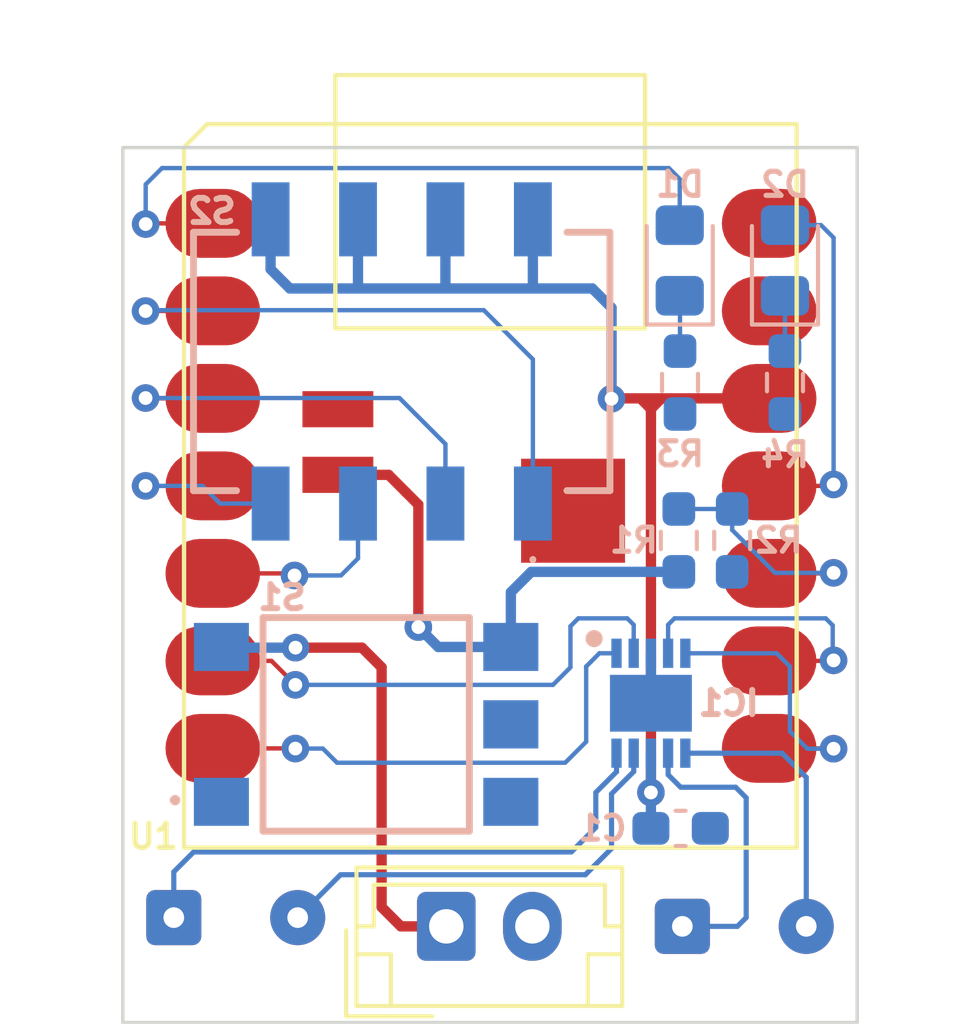
<source format=kicad_pcb>
(kicad_pcb (version 20221018) (generator pcbnew)
  (layers (0 "F.Cu" signal) (31 "B.Cu" signal) (34 "B.Paste" user) (35 "F.Paste" user) (36 "B.SilkS" user "B.Silkscreen") (37 "F.SilkS" user "F.Silkscreen") (38 "B.Mask" user) (39 "F.Mask" user) (44 "Edge.Cuts" user))
  (net 0 "")
  (net 1 "+3.3V")
  (net 2 "GND")
  (net 3 "/MOT1_IN1")
  (net 4 "/MOT1_IN2")
  (net 5 "/MOT2_IN1")
  (net 6 "/MOT2_IN2")
  (net 7 "/MOT2_OUT2")
  (net 8 "/MOT2_OUT1")
  (net 9 "/MOT1_OUT2")
  (net 10 "/MOT1_OUT1")
  (net 12 "+BATT")
  (net 13 "VCC")
  (net 16 "/BTN_1")
  (net 17 "/BTN_2")
  (net 18 "/BTN_3")
  (net 19 "/BTN_4")
  (net 20 "/BATT_MEAS")
  (net 21 "/LED_R")
  (net 22 "/LED_L")
  (net 23 "Net-(D1-K)")
  (net 24 "Net-(D2-K)")
  (footprint "xiao ESP32C3_PCB:MOUDLE14P-SMD-2.54-21X17.8MM" (layer "F.Cu") (at 421.64 88.9)
    (fp_text reference "U1" (at -0.89 -0.325) (layer "F.SilkS") (effects (font (size 0.7 0.7))))
    (fp_text value "MOUDLE-SEEEDUINO-XIAO-ESP32C3")
    (fp_line (start 0 -20.3285) (end 0 0) (stroke (width 0.127)) (layer "F.SilkS"))
    (fp_line (start 0 0) (end 17.8 0) (stroke (width 0.127)) (layer "F.SilkS"))
    (fp_line (start 0.671541 -21) (end 0 -20.3285) (stroke (width 0.127)) (layer "F.SilkS"))
    (fp_line (start 4.396 -15.072) (end 4.396 -22.425) (stroke (width 0.127)) (layer "F.SilkS"))
    (fp_line (start 4.4 -22.424) (end 13.395 -22.424) (stroke (width 0.127)) (layer "F.SilkS"))
    (fp_line (start 13.395 -22.424) (end 13.395 -15.072) (stroke (width 0.127)) (layer "F.SilkS"))
    (fp_line (start 13.395 -15.072) (end 4.396 -15.072) (stroke (width 0.127)) (layer "F.SilkS"))
    (fp_line (start 17.8 -21) (end 0.671541 -21) (stroke (width 0.127)) (layer "F.SilkS"))
    (fp_line (start 17.8 0) (end 17.8 -21) (stroke (width 0.127)) (layer "F.SilkS"))
    (pad "1" smd roundrect (at 0.835 -18.12) (size 2.75 2) (layers "F.Cu" "F.Paste" "F.Mask") (roundrect_rratio 0.5) (net 21 "/LED_R"))
    (pad "2" smd roundrect (at 0.835 -15.58) (size 2.75 2) (layers "F.Cu" "F.Paste" "F.Mask") (roundrect_rratio 0.5) (net 16 "/BTN_1"))
    (pad "3" smd roundrect (at 0.835 -13.04) (size 2.75 2) (layers "F.Cu" "F.Paste" "F.Mask") (roundrect_rratio 0.5) (net 17 "/BTN_2"))
    (pad "4" smd roundrect (at 0.835 -10.5) (size 2.75 2) (layers "F.Cu" "F.Paste" "F.Mask") (roundrect_rratio 0.5) (net 19 "/BTN_4"))
    (pad "5" smd roundrect (at 0.835 -7.96) (size 2.75 2) (layers "F.Cu" "F.Paste" "F.Mask") (roundrect_rratio 0.5) (net 18 "/BTN_3"))
    (pad "6" smd roundrect (at 0.835 -5.42) (size 2.75 2) (layers "F.Cu" "F.Paste" "F.Mask") (roundrect_rratio 0.5) (net 4 "/MOT1_IN2"))
    (pad "7" smd roundrect (at 0.835 -2.88) (size 2.75 2) (layers "F.Cu" "F.Paste" "F.Mask") (roundrect_rratio 0.5) (net 3 "/MOT1_IN1"))
    (pad "8" smd roundrect (at 17 -2.88) (size 2.75 2) (layers "F.Cu" "F.Paste" "F.Mask") (roundrect_rratio 0.5) (net 6 "/MOT2_IN2"))
    (pad "9" smd roundrect (at 17 -5.42) (size 2.75 2) (layers "F.Cu" "F.Paste" "F.Mask") (roundrect_rratio 0.5) (net 5 "/MOT2_IN1"))
    (pad "10" smd roundrect (at 17 -7.96) (size 2.75 2) (layers "F.Cu" "F.Paste" "F.Mask") (roundrect_rratio 0.5) (net 20 "/BATT_MEAS"))
    (pad "11" smd roundrect (at 17 -10.5) (size 2.75 2) (layers "F.Cu" "F.Paste" "F.Mask") (roundrect_rratio 0.5) (net 22 "/LED_L"))
    (pad "12" smd roundrect (at 17 -13.04) (size 2.75 2) (layers "F.Cu" "F.Paste" "F.Mask") (roundrect_rratio 0.5) (net 1 "+3.3V"))
    (pad "13" smd roundrect (at 17 -15.58) (size 2.75 2) (layers "F.Cu" "F.Paste" "F.Mask") (roundrect_rratio 0.5) (net 2 "GND"))
    (pad "14" smd roundrect (at 17 -18.12) (size 2.75 2) (layers "F.Cu" "F.Paste" "F.Mask") (roundrect_rratio 0.5))
    (pad "15" smd rect (at 4.4704 -12.7254) (size 2.06 1.05) (layers "F.Cu" "F.Paste" "F.Mask") (net 2 "GND"))
    (pad "16" smd rect (at 4.4704 -10.8204) (size 2.06 1.05) (layers "F.Cu" "F.Paste" "F.Mask") (net 13 "VCC"))
    (pad "17" smd rect (at 11.303 -9.779) (size 3.02 3.02) (layers "F.Cu" "F.Paste" "F.Mask") (net 2 "GND"))
  )
  (footprint "Connector_Wire:SolderWire-0.1sqmm_1x02_P3.6mm_D0.4mm_OD1mm" (layer "F.Cu") (at 436.118 91.186)
    (fp_text reference "J2" hide)
    (fp_text value "MOT2_OUTPUT")
    (pad "1" thru_hole roundrect (at 0 0) (size 1.6 1.6) (drill 0.6) (layers "*.Cu" "*.Mask") (roundrect_rratio 0.15625) (net 8 "/MOT2_OUT1"))
    (pad "2" thru_hole circle (at 3.6 0) (size 1.6 1.6) (drill 0.6) (layers "*.Cu" "*.Mask") (net 7 "/MOT2_OUT2"))
  )
  (footprint "Connector_Wire:SolderWire-0.1sqmm_1x02_P3.6mm_D0.4mm_OD1mm" (layer "F.Cu") (at 421.342 90.932)
    (fp_text reference "J1" hide)
    (fp_text value "MOT1_OUTPUT")
    (pad "1" thru_hole roundrect (at 0 0) (size 1.6 1.6) (drill 0.6) (layers "*.Cu" "*.Mask") (roundrect_rratio 0.15625) (net 10 "/MOT1_OUT1"))
    (pad "2" thru_hole circle (at 3.6 0) (size 1.6 1.6) (drill 0.6) (layers "*.Cu" "*.Mask") (net 9 "/MOT1_OUT2"))
  )
  (footprint "Connector_JST:JST_EH_B2B-EH-A_1x02_P2.50mm_Vertical" (layer "F.Cu") (at 429.26 91.186)
    (fp_text reference "J3" hide)
    (fp_text value "CONN_BAT")
    (fp_line (start -2.91 0.11) (end -2.91 2.61) (stroke (width 0.12)) (layer "F.SilkS"))
    (fp_line (start -2.91 2.61) (end -0.41 2.61) (stroke (width 0.12)) (layer "F.SilkS"))
    (fp_line (start -2.61 -1.71) (end -2.61 2.31) (stroke (width 0.12)) (layer "F.SilkS"))
    (fp_line (start -2.61 0) (end -2.11 0) (stroke (width 0.12)) (layer "F.SilkS"))
    (fp_line (start -2.61 0.81) (end -1.61 0.81) (stroke (width 0.12)) (layer "F.SilkS"))
    (fp_line (start -2.61 2.31) (end 5.11 2.31) (stroke (width 0.12)) (layer "F.SilkS"))
    (fp_line (start -2.11 -1.21) (end 4.61 -1.21) (stroke (width 0.12)) (layer "F.SilkS"))
    (fp_line (start -2.11 0) (end -2.11 -1.21) (stroke (width 0.12)) (layer "F.SilkS"))
    (fp_line (start -1.61 0.81) (end -1.61 2.31) (stroke (width 0.12)) (layer "F.SilkS"))
    (fp_line (start 4.11 0.81) (end 4.11 2.31) (stroke (width 0.12)) (layer "F.SilkS"))
    (fp_line (start 4.61 -1.21) (end 4.61 0) (stroke (width 0.12)) (layer "F.SilkS"))
    (fp_line (start 4.61 0) (end 5.11 0) (stroke (width 0.12)) (layer "F.SilkS"))
    (fp_line (start 5.11 -1.71) (end -2.61 -1.71) (stroke (width 0.12)) (layer "F.SilkS"))
    (fp_line (start 5.11 0.81) (end 4.11 0.81) (stroke (width 0.12)) (layer "F.SilkS"))
    (fp_line (start 5.11 2.31) (end 5.11 -1.71) (stroke (width 0.12)) (layer "F.SilkS"))
    (pad "1" thru_hole roundrect (at 0 0) (size 1.7 2) (drill 1) (layers "*.Cu" "*.Mask") (roundrect_rratio 0.147059) (net 12 "+BATT"))
    (pad "2" thru_hole oval (at 2.5 0) (size 1.7 2) (drill 1) (layers "*.Cu" "*.Mask") (net 2 "GND"))
  )
  (footprint "FSM1LP:FSM1LP" (layer "B.Cu") (at 426.93 85.323)
    (fp_text reference "S1" (at -2.4452 -3.6874 180) (layer "B.SilkS") (effects (font (size 0.7 0.7) (thickness 0.175)) (justify mirror)))
    (fp_text value "FSM1LP" hide)
    (fp_line (start -5.6 2.2) (end -5.6 2.2) (stroke (width 0.2)) (layer "B.SilkS"))
    (fp_line (start -5.6 2.2) (end -5.6 2.2) (stroke (width 0.2)) (layer "B.SilkS"))
    (fp_line (start -5.5 2.2) (end -5.5 2.2) (stroke (width 0.2)) (layer "B.SilkS"))
    (fp_line (start -2.995 -3.1) (end -2.995 3.1) (stroke (width 0.2)) (layer "B.SilkS"))
    (fp_line (start -2.995 3.1) (end 3 3.1) (stroke (width 0.2)) (layer "B.SilkS"))
    (fp_line (start 3 -3.1) (end -2.995 -3.1) (stroke (width 0.2)) (layer "B.SilkS"))
    (fp_line (start 3 3.1) (end 3 -3.1) (stroke (width 0.2)) (layer "B.SilkS"))
    (fp_arc (start -5.6 2.2) (mid -5.55 2.15) (end -5.5 2.2) (stroke (width 0.2)) (layer "B.SilkS"))
    (fp_arc (start -5.6 2.2) (mid -5.55 2.15) (end -5.5 2.2) (stroke (width 0.2)) (layer "B.SilkS"))
    (fp_arc (start -5.5 2.2) (mid -5.55 2.25) (end -5.6 2.2) (stroke (width 0.2)) (layer "B.SilkS"))
    (pad "1" smd rect (at -4.205 2.248 270) (size 1.395 1.6) (layers "B.Cu" "B.Paste" "B.Mask"))
    (pad "2" smd rect (at 4.205 2.248 270) (size 1.395 1.6) (layers "B.Cu" "B.Paste" "B.Mask"))
    (pad "3" smd rect (at -4.205 -2.248 270) (size 1.395 1.6) (layers "B.Cu" "B.Paste" "B.Mask") (net 12 "+BATT"))
    (pad "4" smd rect (at 4.205 -2.248 270) (size 1.395 1.6) (layers "B.Cu" "B.Paste" "B.Mask") (net 13 "VCC"))
    (pad "5" smd rect (at 4.205 0 270) (size 1.4 1.6) (layers "B.Cu" "B.Paste" "B.Mask") (net 2 "GND"))
  )
  (footprint "Resistor_SMD:R_0603_1608Metric_Pad0.98x0.95mm_HandSolder" (layer "B.Cu") (at 437.5658 79.9827 -90)
    (fp_text reference "R2" (at -0.0027 -1.3442 180) (layer "B.SilkS") (effects (font (size 0.7 0.7)) (justify mirror)))
    (fp_text value "220k")
    (fp_line (start -0.254724 -0.5225) (end 0.254724 -0.5225) (stroke (width 0.12)) (layer "B.SilkS"))
    (fp_line (start -0.254724 0.5225) (end 0.254724 0.5225) (stroke (width 0.12)) (layer "B.SilkS"))
    (pad "1" smd roundrect (at -0.9125 0 270) (size 0.975 0.95) (layers "B.Cu" "B.Paste" "B.Mask") (net 20 "/BATT_MEAS"))
    (pad "2" smd roundrect (at 0.9125 0 270) (size 0.975 0.95) (layers "B.Cu" "B.Paste" "B.Mask") (net 2 "GND"))
  )
  (footprint "A6SN-4101:A6SN4101" (layer "B.Cu") (at 427.9646 74.7878 180)
    (fp_text reference "S2" (at 5.5146 4.3628) (layer "B.SilkS") (effects (font (size 0.7 0.7) (thickness 0.175)) (justify mirror)))
    (fp_text value "A6SN-4101" hide)
    (fp_line (start -6.05 -3.75) (end -4.8 -3.75) (stroke (width 0.2)) (layer "B.SilkS"))
    (fp_line (start -6.05 3.75) (end -6.05 -3.75) (stroke (width 0.2)) (layer "B.SilkS"))
    (fp_line (start -4.8 3.75) (end -6.05 3.75) (stroke (width 0.2)) (layer "B.SilkS"))
    (fp_line (start -3.81 -5.8) (end -3.81 -5.8) (stroke (width 0.1)) (layer "B.SilkS"))
    (fp_line (start -3.81 -5.7) (end -3.81 -5.7) (stroke (width 0.1)) (layer "B.SilkS"))
    (fp_line (start 4.8 -3.75) (end 6.05 -3.75) (stroke (width 0.2)) (layer "B.SilkS"))
    (fp_line (start 6.05 -3.75) (end 6.05 3.75) (stroke (width 0.2)) (layer "B.SilkS"))
    (fp_line (start 6.05 3.75) (end 4.8 3.75) (stroke (width 0.2)) (layer "B.SilkS"))
    (fp_arc (start -3.81 -5.8) (mid -3.76 -5.75) (end -3.81 -5.7) (stroke (width 0.1)) (layer "B.SilkS"))
    (fp_arc (start -3.81 -5.7) (mid -3.86 -5.75) (end -3.81 -5.8) (stroke (width 0.1)) (layer "B.SilkS"))
    (pad "A1" smd rect (at -3.81 -4.125 180) (size 1.1 2.15) (layers "B.Cu" "B.Paste" "B.Mask") (net 16 "/BTN_1"))
    (pad "A2" smd rect (at -1.27 -4.125 180) (size 1.1 2.15) (layers "B.Cu" "B.Paste" "B.Mask") (net 17 "/BTN_2"))
    (pad "A3" smd rect (at 1.27 -4.125 180) (size 1.1 2.15) (layers "B.Cu" "B.Paste" "B.Mask") (net 18 "/BTN_3"))
    (pad "A4" smd rect (at 3.81 -4.125 180) (size 1.1 2.15) (layers "B.Cu" "B.Paste" "B.Mask") (net 19 "/BTN_4"))
    (pad "B1" smd rect (at -3.81 4.125 180) (size 1.1 2.15) (layers "B.Cu" "B.Paste" "B.Mask") (net 1 "+3.3V"))
    (pad "B2" smd rect (at -1.27 4.125 180) (size 1.1 2.15) (layers "B.Cu" "B.Paste" "B.Mask") (net 1 "+3.3V"))
    (pad "B3" smd rect (at 1.27 4.125 180) (size 1.1 2.15) (layers "B.Cu" "B.Paste" "B.Mask") (net 1 "+3.3V"))
    (pad "B4" smd rect (at 3.81 4.125 180) (size 1.1 2.15) (layers "B.Cu" "B.Paste" "B.Mask") (net 1 "+3.3V"))
  )
  (footprint "Resistor_SMD:R_0603_1608Metric_Pad0.98x0.95mm_HandSolder" (layer "B.Cu") (at 436.0158 79.9827 90)
    (fp_text reference "R1" (at 0.0027 -1.3058) (layer "B.SilkS") (effects (font (size 0.7 0.7)) (justify mirror)))
    (fp_text value "220k")
    (fp_line (start -0.254724 -0.5225) (end 0.254724 -0.5225) (stroke (width 0.12)) (layer "B.SilkS"))
    (fp_line (start -0.254724 0.5225) (end 0.254724 0.5225) (stroke (width 0.12)) (layer "B.SilkS"))
    (pad "1" smd roundrect (at -0.9125 0 90) (size 0.975 0.95) (layers "B.Cu" "B.Paste" "B.Mask") (net 13 "VCC"))
    (pad "2" smd roundrect (at 0.9125 0 90) (size 0.975 0.95) (layers "B.Cu" "B.Paste" "B.Mask") (net 20 "/BATT_MEAS"))
  )
  (footprint "Capacitor_SMD:C_0603_1608Metric_Pad1.08x0.95mm_HandSolder" (layer "B.Cu") (at 436.0672 88.3412)
    (fp_text reference "C1" (at -2.2672 -0.0012 180) (layer "B.SilkS") (effects (font (size 0.7 0.7)) (justify mirror)))
    (fp_text value "10uF")
    (fp_line (start -0.146267 -0.51) (end 0.146267 -0.51) (stroke (width 0.12)) (layer "B.SilkS"))
    (fp_line (start -0.146267 0.51) (end 0.146267 0.51) (stroke (width 0.12)) (layer "B.SilkS"))
    (pad "1" smd roundrect (at -0.8625 0) (size 1.075 0.95) (layers "B.Cu" "B.Paste" "B.Mask") (net 1 "+3.3V"))
    (pad "2" smd roundrect (at 0.8625 0) (size 1.075 0.95) (layers "B.Cu" "B.Paste" "B.Mask") (net 2 "GND"))
  )
  (footprint "Resistor_SMD:R_0603_1608Metric_Pad0.98x0.95mm_HandSolder" (layer "B.Cu") (at 436.05 75.4 90)
    (fp_text reference "R3" (at -2.075 0) (layer "B.SilkS") (effects (font (size 0.7 0.7)) (justify mirror)))
    (fp_text value "R")
    (fp_line (start -0.254724 -0.5225) (end 0.254724 -0.5225) (stroke (width 0.12)) (layer "B.SilkS"))
    (fp_line (start -0.254724 0.5225) (end 0.254724 0.5225) (stroke (width 0.12)) (layer "B.SilkS"))
    (pad "1" smd roundrect (at -0.9125 0 90) (size 0.975 0.95) (layers "B.Cu" "B.Paste" "B.Mask") (net 2 "GND"))
    (pad "2" smd roundrect (at 0.9125 0 90) (size 0.975 0.95) (layers "B.Cu" "B.Paste" "B.Mask") (net 23 "Net-(D1-K)"))
  )
  (footprint "LED_SMD:LED_0805_2012Metric_Pad1.15x1.40mm_HandSolder" (layer "B.Cu") (at 436.0418 71.8566 90)
    (fp_text reference "D1" (at 2.2066 0.0082 180) (layer "B.SilkS") (effects (font (size 0.7 0.7)) (justify mirror)))
    (fp_text value "LED")
    (fp_line (start -1.86 -0.96) (end 1 -0.96) (stroke (width 0.12)) (layer "B.SilkS"))
    (fp_line (start -1.86 0.96) (end -1.86 -0.96) (stroke (width 0.12)) (layer "B.SilkS"))
    (fp_line (start 1 0.96) (end -1.86 0.96) (stroke (width 0.12)) (layer "B.SilkS"))
    (pad "1" smd roundrect (at -1.025 0 90) (size 1.15 1.4) (layers "B.Cu" "B.Paste" "B.Mask") (roundrect_rratio 0.217391) (net 23 "Net-(D1-K)"))
    (pad "2" smd roundrect (at 1.025 0 90) (size 1.15 1.4) (layers "B.Cu" "B.Paste" "B.Mask") (roundrect_rratio 0.217391) (net 21 "/LED_R"))
  )
  (footprint "LED_SMD:LED_0805_2012Metric_Pad1.15x1.40mm_HandSolder" (layer "B.Cu") (at 439.1 71.8566 90)
    (fp_text reference "D2" (at 2.2066 0 180) (layer "B.SilkS") (effects (font (size 0.7 0.7)) (justify mirror)))
    (fp_text value "LED")
    (fp_line (start -1.86 -0.96) (end 1 -0.96) (stroke (width 0.12)) (layer "B.SilkS"))
    (fp_line (start -1.86 0.96) (end -1.86 -0.96) (stroke (width 0.12)) (layer "B.SilkS"))
    (fp_line (start 1 0.96) (end -1.86 0.96) (stroke (width 0.12)) (layer "B.SilkS"))
    (pad "1" smd roundrect (at -1.025 0 90) (size 1.15 1.4) (layers "B.Cu" "B.Paste" "B.Mask") (roundrect_rratio 0.217391) (net 24 "Net-(D2-K)"))
    (pad "2" smd roundrect (at 1.025 0 90) (size 1.15 1.4) (layers "B.Cu" "B.Paste" "B.Mask") (roundrect_rratio 0.217391) (net 22 "/LED_L"))
  )
  (footprint "KiCad:SON50P300X300X75-11N-D" (layer "B.Cu") (at 435.2047 84.709 -90)
    (fp_text reference "IC1" (at 0 -2.2595) (layer "B.SilkS") (effects (font (size 0.7 0.7) (thickness 0.175)) (justify mirror)))
    (fp_text value "A3901SEJTR-T" hide)
    (fp_circle (center -1.875 1.65) (end -1.875 1.525) (stroke (width 0.25)) (fill none) (layer "B.SilkS"))
    (pad "1" smd rect (at -1.45 1 180) (size 0.3 0.85) (layers "B.Cu" "B.Paste" "B.Mask") (net 3 "/MOT1_IN1"))
    (pad "2" smd rect (at -1.45 0.5 180) (size 0.3 0.85) (layers "B.Cu" "B.Paste" "B.Mask") (net 4 "/MOT1_IN2"))
    (pad "3" smd rect (at -1.45 0 180) (size 0.3 0.85) (layers "B.Cu" "B.Paste" "B.Mask") (net 2 "GND"))
    (pad "4" smd rect (at -1.45 -0.5 180) (size 0.3 0.85) (layers "B.Cu" "B.Paste" "B.Mask") (net 5 "/MOT2_IN1"))
    (pad "5" smd rect (at -1.45 -1 180) (size 0.3 0.85) (layers "B.Cu" "B.Paste" "B.Mask") (net 6 "/MOT2_IN2"))
    (pad "6" smd rect (at 1.45 -1 180) (size 0.3 0.85) (layers "B.Cu" "B.Paste" "B.Mask") (net 7 "/MOT2_OUT2"))
    (pad "7" smd rect (at 1.45 -0.5 180) (size 0.3 0.85) (layers "B.Cu" "B.Paste" "B.Mask") (net 8 "/MOT2_OUT1"))
    (pad "8" smd rect (at 1.45 0 180) (size 0.3 0.85) (layers "B.Cu" "B.Paste" "B.Mask") (net 1 "+3.3V"))
    (pad "9" smd rect (at 1.45 0.5 180) (size 0.3 0.85) (layers "B.Cu" "B.Paste" "B.Mask") (net 9 "/MOT1_OUT2"))
    (pad "10" smd rect (at 1.45 1 180) (size 0.3 0.85) (layers "B.Cu" "B.Paste" "B.Mask") (net 10 "/MOT1_OUT1"))
    (pad "11" smd rect (at 0 0 270) (size 1.65 2.38) (layers "B.Cu" "B.Paste" "B.Mask") (net 2 "GND"))
  )
  (footprint "Resistor_SMD:R_0603_1608Metric_Pad0.98x0.95mm_HandSolder" (layer "B.Cu") (at 439.1 75.4 -90)
    (fp_text reference "R4" (at 2.1 0 180) (layer "B.SilkS") (effects (font (size 0.7 0.7)) (justify mirror)))
    (fp_text value "R")
    (fp_line (start -0.254724 -0.5225) (end 0.254724 -0.5225) (stroke (width 0.12)) (layer "B.SilkS"))
    (fp_line (start -0.254724 0.5225) (end 0.254724 0.5225) (stroke (width 0.12)) (layer "B.SilkS"))
    (pad "1" smd roundrect (at -0.9125 0 270) (size 0.975 0.95) (layers "B.Cu" "B.Paste" "B.Mask") (net 24 "Net-(D2-K)"))
    (pad "2" smd roundrect (at 0.9125 0 270) (size 0.975 0.95) (layers "B.Cu" "B.Paste" "B.Mask") (net 2 "GND"))
  )
  (gr_rect (start 419.862 68.58) (end 441.198 93.98) (stroke (width 0.1)) (fill none) (layer "Edge.Cuts"))
  (segment (start 435.5338 75.86) (end 435.5128 75.86) (width 0.3) (layer "F.Cu") (net 1))
  (segment (start 435.2058 76.167) (end 434.8988 75.86) (width 0.3) (layer "F.Cu") (net 1))
  (segment (start 435.5338 75.86) (end 435.2058 75.86) (width 0.3) (layer "F.Cu") (net 1))
  (segment (start 435.2058 87.2987) (end 435.2047 87.2998) (width 0.3) (layer "F.Cu") (net 1))
  (segment (start 435.5128 75.86) (end 435.2058 76.167) (width 0.3) (layer "F.Cu") (net 1))
  (segment (start 434.8988 75.86) (end 434.0704 75.86) (width 0.3) (layer "F.Cu") (net 1))
  (segment (start 435.2058 76.2254) (end 435.2058 87.2987) (width 0.3) (layer "F.Cu") (net 1))
  (segment (start 435.2058 75.86) (end 435.2058 76.2254) (width 0.3) (layer "F.Cu") (net 1))
  (segment (start 434.0704 75.86) (end 434.0606 75.8698) (width 0.3) (layer "F.Cu") (net 1))
  (segment (start 435.2058 76.188) (end 435.2058 76.167) (width 0.3) (layer "F.Cu") (net 1))
  (segment (start 435.2058 76.2254) (end 435.2058 76.188) (width 0.3) (layer "F.Cu") (net 1))
  (segment (start 435.2058 75.86) (end 434.8988 75.86) (width 0.3) (layer "F.Cu") (net 1))
  (segment (start 438.64 75.86) (end 435.5338 75.86) (width 0.3) (layer "F.Cu") (net 1))
  (via (at 435.2047 87.2998) (size 0.8) (drill 0.4) (layers "F.Cu" "B.Cu") (net 1))
  (via (at 434.0606 75.8698) (size 0.8) (drill 0.4) (layers "F.Cu" "B.Cu") (net 1))
  (segment (start 434.0606 75.8698) (end 434.0606 73.2282) (width 0.3) (layer "B.Cu") (net 1))
  (segment (start 433.5018 72.6694) (end 431.7746 72.6694) (width 0.3) (layer "B.Cu") (net 1))
  (segment (start 431.7746 72.6694) (end 424.7134 72.6694) (width 0.3) (layer "B.Cu") (net 1))
  (segment (start 426.6946 70.6628) (end 426.6946 72.6694) (width 0.3) (layer "B.Cu") (net 1))
  (segment (start 435.2047 87.2998) (end 435.2047 86.159) (width 0.3) (layer "B.Cu") (net 1))
  (segment (start 424.7134 72.6694) (end 424.1546 72.1106) (width 0.3) (layer "B.Cu") (net 1))
  (segment (start 429.2346 70.6628) (end 429.2346 72.5932) (width 0.3) (layer "B.Cu") (net 1))
  (segment (start 424.1546 72.1106) (end 424.1546 70.6628) (width 0.3) (layer "B.Cu") (net 1))
  (segment (start 435.2047 88.3412) (end 435.2047 87.2998) (width 0.3) (layer "B.Cu") (net 1))
  (segment (start 429.2346 72.5932) (end 429.3108 72.6694) (width 0.3) (layer "B.Cu") (net 1))
  (segment (start 431.7746 70.6628) (end 431.7746 72.6694) (width 0.3) (layer "B.Cu") (net 1))
  (segment (start 434.0606 73.2282) (end 433.5018 72.6694) (width 0.3) (layer "B.Cu") (net 1))
  (segment (start 435.2047 83.259) (end 435.2047 84.709) (width 0.3) (layer "B.Cu") (net 2))
  (segment (start 424.87 86.02) (end 422.475 86.02) (width 0.127) (layer "F.Cu") (net 3))
  (segment (start 424.875 86.025) (end 424.87 86.02) (width 0.127) (layer "F.Cu") (net 3))
  (via (at 424.875 86.025) (size 0.8) (drill 0.4) (layers "F.Cu" "B.Cu") (net 3))
  (segment (start 433.324 85.8266) (end 433.324 83.6422) (width 0.127) (layer "B.Cu") (net 3))
  (segment (start 424.875 86.025) (end 425.6738 86.025) (width 0.127) (layer "B.Cu") (net 3))
  (segment (start 433.324 83.6422) (end 433.7072 83.259) (width 0.127) (layer "B.Cu") (net 3))
  (segment (start 425.6738 86.025) (end 426.085 86.4362) (width 0.127) (layer "B.Cu") (net 3))
  (segment (start 426.085 86.4362) (end 432.7144 86.4362) (width 0.127) (layer "B.Cu") (net 3))
  (segment (start 432.7144 86.4362) (end 433.324 85.8266) (width 0.127) (layer "B.Cu") (net 3))
  (segment (start 433.7072 83.259) (end 434.2047 83.259) (width 0.127) (layer "B.Cu") (net 3))
  (segment (start 424.1794 83.48) (end 422.475 83.48) (width 0.127) (layer "F.Cu") (net 4))
  (segment (start 424.875 84.1756) (end 424.1794 83.48) (width 0.127) (layer "F.Cu") (net 4))
  (via (at 424.875 84.1756) (size 0.8) (drill 0.4) (layers "F.Cu" "B.Cu") (net 4))
  (segment (start 424.875 84.1756) (end 432.3588 84.1756) (width 0.127) (layer "B.Cu") (net 4))
  (segment (start 432.3588 84.1756) (end 432.8668 83.6676) (width 0.127) (layer "B.Cu") (net 4))
  (segment (start 432.8668 82.4738) (end 433.0954 82.2452) (width 0.127) (layer "B.Cu") (net 4))
  (segment (start 432.8668 83.6676) (end 432.8668 82.4738) (width 0.127) (layer "B.Cu") (net 4))
  (segment (start 434.5178 82.2452) (end 434.7047 82.4321) (width 0.127) (layer "B.Cu") (net 4))
  (segment (start 434.7047 82.4321) (end 434.7047 83.259) (width 0.127) (layer "B.Cu") (net 4))
  (segment (start 433.0954 82.2452) (end 434.5178 82.2452) (width 0.127) (layer "B.Cu") (net 4))
  (segment (start 440.4712 83.48) (end 440.4868 83.4644) (width 0.127) (layer "F.Cu") (net 5))
  (segment (start 438.64 83.48) (end 440.4712 83.48) (width 0.127) (layer "F.Cu") (net 5))
  (via (at 440.5122 83.4644) (size 0.8) (drill 0.4) (layers "F.Cu" "B.Cu") (net 5))
  (segment (start 435.8894 82.2452) (end 435.7047 82.4299) (width 0.127) (layer "B.Cu") (net 5))
  (segment (start 440.4868 83.4644) (end 440.4868 82.4484) (width 0.127) (layer "B.Cu") (net 5))
  (segment (start 440.2836 82.2452) (end 435.8894 82.2452) (width 0.127) (layer "B.Cu") (net 5))
  (segment (start 435.7047 82.4299) (end 435.7047 83.259) (width 0.127) (layer "B.Cu") (net 5))
  (segment (start 440.4868 82.4484) (end 440.2836 82.2452) (width 0.127) (layer "B.Cu") (net 5))
  (segment (start 440.5024 86.02) (end 438.64 86.02) (width 0.127) (layer "F.Cu") (net 6))
  (segment (start 440.5122 86.0298) (end 440.5024 86.02) (width 0.127) (layer "F.Cu") (net 6))
  (via (at 440.5122 86.0298) (size 0.8) (drill 0.4) (layers "F.Cu" "B.Cu") (net 6))
  (segment (start 439.2422 85.5218) (end 439.2422 83.6422) (width 0.127) (layer "B.Cu") (net 6))
  (segment (start 439.7502 86.0298) (end 439.2422 85.5218) (width 0.127) (layer "B.Cu") (net 6))
  (segment (start 440.5122 86.0298) (end 439.7502 86.0298) (width 0.127) (layer "B.Cu") (net 6))
  (segment (start 439.2422 83.6422) (end 438.859 83.259) (width 0.127) (layer "B.Cu") (net 6))
  (segment (start 436.2047 83.259) (end 438.859 83.259) (width 0.127) (layer "B.Cu") (net 6))
  (segment (start 439.718 86.8612) (end 439.718 91.186) (width 0.15) (layer "B.Cu") (net 7))
  (segment (start 436.2047 86.159) (end 439.0158 86.159) (width 0.15) (layer "B.Cu") (net 7))
  (segment (start 439.0158 86.159) (end 439.718 86.8612) (width 0.15) (layer "B.Cu") (net 7))
  (segment (start 436.0681 87.1474) (end 435.7047 86.784) (width 0.15) (layer "B.Cu") (net 8))
  (segment (start 435.7047 86.784) (end 435.7047 86.159) (width 0.15) (layer "B.Cu") (net 8))
  (segment (start 437.9722 87.4522) (end 437.6674 87.1474) (width 0.15) (layer "B.Cu") (net 8))
  (segment (start 437.6674 87.1474) (end 436.0681 87.1474) (width 0.15) (layer "B.Cu") (net 8))
  (segment (start 437.9722 90.932) (end 437.9722 87.4522) (width 0.15) (layer "B.Cu") (net 8))
  (segment (start 436.118 91.186) (end 437.7182 91.186) (width 0.15) (layer "B.Cu") (net 8))
  (segment (start 437.7182 91.186) (end 437.9722 90.932) (width 0.15) (layer "B.Cu") (net 8))
  (segment (start 434.0606 88.9254) (end 433.2986 89.6874) (width 0.15) (layer "B.Cu") (net 9))
  (segment (start 433.2986 89.6874) (end 426.1866 89.6874) (width 0.15) (layer "B.Cu") (net 9))
  (segment (start 434.7058 86.692805) (end 434.7058 86.1601) (width 0.15) (layer "B.Cu") (net 9))
  (segment (start 434.0606 87.338005) (end 434.0606 88.9254) (width 0.15) (layer "B.Cu") (net 9))
  (segment (start 434.7058 86.692805) (end 434.0606 87.338005) (width 0.15) (layer "B.Cu") (net 9))
  (segment (start 426.1866 89.6874) (end 424.942 90.932) (width 0.15) (layer "B.Cu") (net 9))
  (segment (start 434.7058 86.1601) (end 434.7047 86.159) (width 0.15) (layer "B.Cu") (net 9))
  (segment (start 421.342 89.6044) (end 421.342 90.932) (width 0.15) (layer "B.Cu") (net 10))
  (segment (start 433.6034 87.300231) (end 433.6034 88.3158) (width 0.15) (layer "B.Cu") (net 10))
  (segment (start 434.2058 86.697831) (end 433.6034 87.300231) (width 0.15) (layer "B.Cu") (net 10))
  (segment (start 421.9194 89.027) (end 421.342 89.6044) (width 0.15) (layer "B.Cu") (net 10))
  (segment (start 432.8922 89.027) (end 421.9194 89.027) (width 0.15) (layer "B.Cu") (net 10))
  (segment (start 433.6034 88.3158) (end 432.8922 89.027) (width 0.15) (layer "B.Cu") (net 10))
  (segment (start 434.2058 86.697831) (end 434.2058 86.1601) (width 0.15) (layer "B.Cu") (net 10))
  (segment (start 434.2058 86.1601) (end 434.2047 86.159) (width 0.15) (layer "B.Cu") (net 10))
  (segment (start 427.9392 91.186) (end 429.26 91.186) (width 0.3) (layer "F.Cu") (net 12))
  (segment (start 424.8784 83.096) (end 426.8088 83.096) (width 0.3) (layer "F.Cu") (net 12))
  (segment (start 427.3804 90.6272) (end 427.9392 91.186) (width 0.3) (layer "F.Cu") (net 12))
  (segment (start 427.3804 83.6676) (end 427.3804 90.6272) (width 0.3) (layer "F.Cu") (net 12))
  (segment (start 426.8088 83.096) (end 427.3804 83.6676) (width 0.3) (layer "F.Cu") (net 12))
  (via (at 424.8784 83.096) (size 0.8) (drill 0.4) (layers "F.Cu" "B.Cu") (net 12))
  (segment (start 424.8784 83.096) (end 422.769 83.096) (width 0.3) (layer "B.Cu") (net 12))
  (segment (start 428.0916 78.5876) (end 428.4472 78.9432) (width 0.3) (layer "F.Cu") (net 13))
  (segment (start 428.4472 78.9432) (end 428.4472 82.4992) (width 0.3) (layer "F.Cu") (net 13))
  (segment (start 426.1104 78.0796) (end 427.5836 78.0796) (width 0.3) (layer "F.Cu") (net 13))
  (segment (start 427.5836 78.0796) (end 428.0916 78.5876) (width 0.3) (layer "F.Cu") (net 13))
  (via (at 428.4472 82.4992) (size 0.8) (drill 0.4) (layers "F.Cu" "B.Cu") (net 13))
  (segment (start 431.7276 80.8952) (end 431.135 81.4878) (width 0.3) (layer "B.Cu") (net 13))
  (segment (start 429.023 83.075) (end 428.4472 82.4992) (width 0.3) (layer "B.Cu") (net 13))
  (segment (start 436.0158 80.8952) (end 431.7276 80.8952) (width 0.3) (layer "B.Cu") (net 13))
  (segment (start 431.135 81.4878) (end 431.135 83.075) (width 0.3) (layer "B.Cu") (net 13))
  (segment (start 431.135 83.075) (end 429.023 83.075) (width 0.3) (layer "B.Cu") (net 13))
  (segment (start 422.475 73.32) (end 420.555 73.32) (width 0.127) (layer "F.Cu") (net 16))
  (segment (start 420.555 73.32) (end 420.55 73.325) (width 0.127) (layer "F.Cu") (net 16))
  (via (at 420.5224 73.325) (size 0.8) (drill 0.4) (layers "F.Cu" "B.Cu") (net 16))
  (segment (start 420.575 73.3) (end 430.35 73.3) (width 0.127) (layer "B.Cu") (net 16))
  (segment (start 431.7746 74.7246) (end 431.7746 78.9128) (width 0.127) (layer "B.Cu") (net 16))
  (segment (start 420.55 73.325) (end 420.575 73.3) (width 0.127) (layer "B.Cu") (net 16))
  (segment (start 430.35 73.3) (end 431.7746 74.7246) (width 0.127) (layer "B.Cu") (net 16))
  (segment (start 420.56 75.86) (end 420.55 75.85) (width 0.127) (layer "F.Cu") (net 17))
  (segment (start 422.475 75.86) (end 420.56 75.86) (width 0.127) (layer "F.Cu") (net 17))
  (via (at 420.5224 75.85) (size 0.8) (drill 0.4) (layers "F.Cu" "B.Cu") (net 17))
  (segment (start 429.2346 78.9128) (end 429.2346 77.1846) (width 0.127) (layer "B.Cu") (net 17))
  (segment (start 427.9 75.85) (end 420.55 75.85) (width 0.127) (layer "B.Cu") (net 17))
  (segment (start 429.2346 77.1846) (end 427.9 75.85) (width 0.127) (layer "B.Cu") (net 17))
  (segment (start 424.79 80.94) (end 422.475 80.94) (width 0.127) (layer "F.Cu") (net 18))
  (segment (start 424.85 81) (end 424.79 80.94) (width 0.127) (layer "F.Cu") (net 18))
  (via (at 424.85 81) (size 0.8) (drill 0.4) (layers "F.Cu" "B.Cu") (net 18))
  (segment (start 424.85 81) (end 426.2 81) (width 0.127) (layer "B.Cu") (net 18))
  (segment (start 426.2 81) (end 426.6946 80.5054) (width 0.127) (layer "B.Cu") (net 18))
  (segment (start 426.6946 80.5054) (end 426.6946 78.9128) (width 0.127) (layer "B.Cu") (net 18))
  (segment (start 422.475 78.4) (end 420.55 78.4) (width 0.127) (layer "F.Cu") (net 19))
  (via (at 420.5224 78.4) (size 0.8) (drill 0.4) (layers "F.Cu" "B.Cu") (net 19))
  (segment (start 420.55 78.4) (end 422.175 78.4) (width 0.127) (layer "B.Cu") (net 19))
  (segment (start 422.6878 78.9128) (end 424.1546 78.9128) (width 0.127) (layer "B.Cu") (net 19))
  (segment (start 422.175 78.4) (end 422.6878 78.9128) (width 0.127) (layer "B.Cu") (net 19))
  (segment (start 438.64 80.94) (end 440.4458 80.94) (width 0.127) (layer "F.Cu") (net 20))
  (segment (start 440.4458 80.94) (end 440.4614 80.9244) (width 0.127) (layer "F.Cu") (net 20))
  (via (at 440.5122 80.9244) (size 0.8) (drill 0.4) (layers "F.Cu" "B.Cu") (net 20))
  (segment (start 438.8104 80.9244) (end 437.5658 79.6798) (width 0.127) (layer "B.Cu") (net 20))
  (segment (start 436.0158 79.0702) (end 437.5658 79.0702) (width 0.127) (layer "B.Cu") (net 20))
  (segment (start 440.4614 80.9244) (end 438.8104 80.9244) (width 0.127) (layer "B.Cu") (net 20))
  (segment (start 437.5658 79.6798) (end 437.5658 79.0702) (width 0.127) (layer "B.Cu") (net 20))
  (segment (start 422.1988 70.866) (end 422.389 70.866) (width 0.127) (layer "F.Cu") (net 21))
  (segment (start 422.475 70.78) (end 420.545 70.78) (width 0.127) (layer "F.Cu") (net 21))
  (segment (start 422.389 70.866) (end 422.475 70.78) (width 0.127) (layer "F.Cu") (net 21))
  (segment (start 420.545 70.78) (end 420.525 70.8) (width 0.127) (layer "F.Cu") (net 21))
  (via (at 420.525 70.8) (size 0.8) (drill 0.4) (layers "F.Cu" "B.Cu") (net 21))
  (segment (start 436.0418 70.8316) (end 436.0418 69.4918) (width 0.127) (layer "B.Cu") (net 21))
  (segment (start 435.725 69.175) (end 421 69.175) (width 0.127) (layer "B.Cu") (net 21))
  (segment (start 436.0418 69.4918) (end 435.725 69.175) (width 0.127) (layer "B.Cu") (net 21))
  (segment (start 420.525 69.65) (end 420.525 70.8) (width 0.127) (layer "B.Cu") (net 21))
  (segment (start 421 69.175) (end 420.525 69.65) (width 0.127) (layer "B.Cu") (net 21))
  (segment (start 440.522 78.4) (end 440.563 78.359) (width 0.127) (layer "F.Cu") (net 22))
  (segment (start 438.64 78.4) (end 440.522 78.4) (width 0.127) (layer "F.Cu") (net 22))
  (via (at 440.5122 78.359) (size 0.8) (drill 0.4) (layers "F.Cu" "B.Cu") (net 22))
  (segment (start 439.1 70.8316) (end 440.1476 70.8316) (width 0.127) (layer "B.Cu") (net 22))
  (segment (start 440.5122 71.1962) (end 440.5122 78.359) (width 0.127) (layer "B.Cu") (net 22))
  (segment (start 440.1476 70.8316) (end 440.5122 71.1962) (width 0.127) (layer "B.Cu") (net 22))
  (segment (start 436.0418 72.8816) (end 436.05 72.8898) (width 0.127) (layer "B.Cu") (net 23))
  (segment (start 436.05 72.8898) (end 436.05 74.725) (width 0.127) (layer "B.Cu") (net 23))
  (segment (start 439.1 74.725) (end 439.075 74.75) (width 0.127) (layer "B.Cu") (net 24))
  (segment (start 439.1 72.8816) (end 439.1 74.725) (width 0.127) (layer "B.Cu") (net 24))
  (segment (start 439.1 74.4875) (end 439.1 72.8816) (width 0.127) (layer "B.Cu") (net 24))
)
</source>
